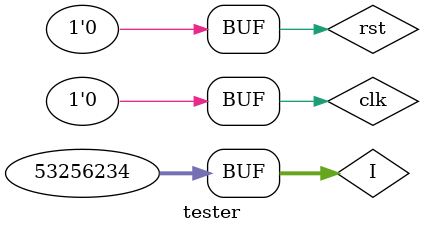
<source format=v>
`timescale 1ns / 1ps


module tester;

	// Inputs
	reg clk;
	reg rst;
	reg [31:0] I;

	// Outputs
	wire [31:0] A;
	wire [31:0] B;
	wire [31:0] result;

	// Instantiate the Unit Under Test (UUT)
	top uut (
		.clk(clk), 
		.rst(rst), 
		.I(I), 
		.A(A), 
		.B(B), 
		.result(result)
	);
   
	
	initial begin
		// Initialize Inputs
		clk = 0;          
		rst = 0;
		I = 32'h01AB_8020;
		clk = 1;
		#5;
		clk = 0;
		#5;
		I = 32'h01C9_8822;
		#5;
		clk=1;
		#5;
		clk=0;
		#5;
		I = 32'h01EA_9024;
		#5;
		clk=1;
		#5;
		clk=0;
		#5;
		I = 32'h030B_9825;
		#5;
		clk=1;
		#5;
		clk=0;
		#5;
		I = 32'h032C_A02A;
		
	

		// Wait 100 ns for global reset to finish
		#100;
        
		// Add stimulus here

	end
      
endmodule


</source>
